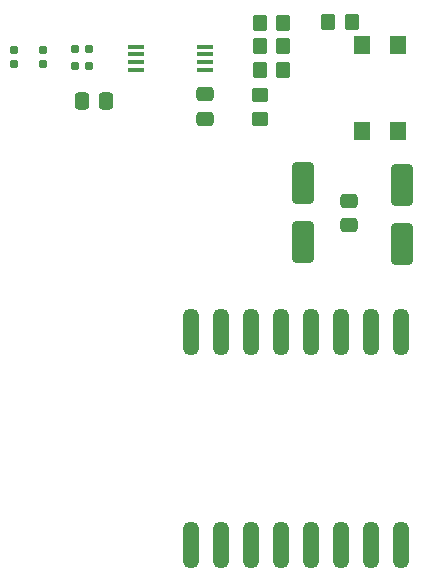
<source format=gbr>
%TF.GenerationSoftware,KiCad,Pcbnew,9.0.5*%
%TF.CreationDate,2025-11-23T18:29:56+02:00*%
%TF.ProjectId,Business_Card,42757369-6e65-4737-935f-436172642e6b,rev?*%
%TF.SameCoordinates,Original*%
%TF.FileFunction,Paste,Bot*%
%TF.FilePolarity,Positive*%
%FSLAX46Y46*%
G04 Gerber Fmt 4.6, Leading zero omitted, Abs format (unit mm)*
G04 Created by KiCad (PCBNEW 9.0.5) date 2025-11-23 18:29:56*
%MOMM*%
%LPD*%
G01*
G04 APERTURE LIST*
G04 Aperture macros list*
%AMRoundRect*
0 Rectangle with rounded corners*
0 $1 Rounding radius*
0 $2 $3 $4 $5 $6 $7 $8 $9 X,Y pos of 4 corners*
0 Add a 4 corners polygon primitive as box body*
4,1,4,$2,$3,$4,$5,$6,$7,$8,$9,$2,$3,0*
0 Add four circle primitives for the rounded corners*
1,1,$1+$1,$2,$3*
1,1,$1+$1,$4,$5*
1,1,$1+$1,$6,$7*
1,1,$1+$1,$8,$9*
0 Add four rect primitives between the rounded corners*
20,1,$1+$1,$2,$3,$4,$5,0*
20,1,$1+$1,$4,$5,$6,$7,0*
20,1,$1+$1,$6,$7,$8,$9,0*
20,1,$1+$1,$8,$9,$2,$3,0*%
G04 Aperture macros list end*
%ADD10R,1.400000X1.600000*%
%ADD11RoundRect,0.250000X0.650000X-1.500000X0.650000X1.500000X-0.650000X1.500000X-0.650000X-1.500000X0*%
%ADD12O,1.350000X4.000000*%
%ADD13RoundRect,0.155000X-0.155000X0.212500X-0.155000X-0.212500X0.155000X-0.212500X0.155000X0.212500X0*%
%ADD14RoundRect,0.250000X0.475000X-0.337500X0.475000X0.337500X-0.475000X0.337500X-0.475000X-0.337500X0*%
%ADD15RoundRect,0.160000X0.197500X0.160000X-0.197500X0.160000X-0.197500X-0.160000X0.197500X-0.160000X0*%
%ADD16RoundRect,0.250000X-0.350000X-0.450000X0.350000X-0.450000X0.350000X0.450000X-0.350000X0.450000X0*%
%ADD17RoundRect,0.250000X0.337500X0.475000X-0.337500X0.475000X-0.337500X-0.475000X0.337500X-0.475000X0*%
%ADD18RoundRect,0.250000X-0.450000X0.350000X-0.450000X-0.350000X0.450000X-0.350000X0.450000X0.350000X0*%
%ADD19RoundRect,0.250000X-0.650000X1.500000X-0.650000X-1.500000X0.650000X-1.500000X0.650000X1.500000X0*%
%ADD20RoundRect,0.250000X0.350000X0.450000X-0.350000X0.450000X-0.350000X-0.450000X0.350000X-0.450000X0*%
%ADD21RoundRect,0.250000X-0.475000X0.337500X-0.475000X-0.337500X0.475000X-0.337500X0.475000X0.337500X0*%
%ADD22R,1.475000X0.450000*%
G04 APERTURE END LIST*
D10*
%TO.C,S1*%
X159660415Y-97942499D03*
X159660415Y-90742499D03*
X162660415Y-97942499D03*
X162660415Y-90742499D03*
%TD*%
D11*
%TO.C,DZ1*%
X163040415Y-107549999D03*
X163040415Y-102549999D03*
%TD*%
D12*
%TO.C,U1*%
X145175477Y-114994076D03*
X147715477Y-114994076D03*
X150255477Y-114994076D03*
X152795477Y-114994076D03*
X157875477Y-114994076D03*
X155335477Y-114994076D03*
X162955477Y-132994076D03*
X162955477Y-114994076D03*
X160415477Y-132994076D03*
X157875477Y-132994076D03*
X155335477Y-132994076D03*
X152795477Y-132994076D03*
X150255477Y-132994076D03*
X147715477Y-132994076D03*
X145175477Y-132994076D03*
X160415477Y-114994076D03*
%TD*%
D13*
%TO.C,C5*%
X132660415Y-91152499D03*
X132660415Y-92287499D03*
%TD*%
D14*
%TO.C,C1*%
X158580415Y-105977499D03*
X158580415Y-103902499D03*
%TD*%
D15*
%TO.C,R5*%
X136557915Y-91019999D03*
X135362915Y-91019999D03*
%TD*%
D16*
%TO.C,R7*%
X156807024Y-88738178D03*
X158807024Y-88738178D03*
%TD*%
D17*
%TO.C,C3*%
X137997915Y-95419999D03*
X135922915Y-95419999D03*
%TD*%
D18*
%TO.C,R4*%
X150998987Y-94939082D03*
X150998987Y-96939082D03*
%TD*%
D19*
%TO.C,D50*%
X154670415Y-102372499D03*
X154670415Y-107372499D03*
%TD*%
D15*
%TO.C,R6*%
X136557915Y-92519999D03*
X135362915Y-92519999D03*
%TD*%
D20*
%TO.C,R3*%
X152984064Y-92800825D03*
X150984064Y-92800825D03*
%TD*%
D21*
%TO.C,C2*%
X146360415Y-94882499D03*
X146360415Y-96957499D03*
%TD*%
D20*
%TO.C,R1*%
X152984064Y-88800825D03*
X150984064Y-88800825D03*
%TD*%
D13*
%TO.C,C4*%
X130160415Y-91152499D03*
X130160415Y-92287499D03*
%TD*%
D22*
%TO.C,IC1*%
X140500415Y-92789999D03*
X140500415Y-92139999D03*
X140500415Y-91489999D03*
X140500415Y-90839999D03*
X146376415Y-90839999D03*
X146376415Y-91489999D03*
X146376415Y-92139999D03*
X146376415Y-92789999D03*
%TD*%
D20*
%TO.C,R2*%
X152984064Y-90800825D03*
X150984064Y-90800825D03*
%TD*%
M02*

</source>
